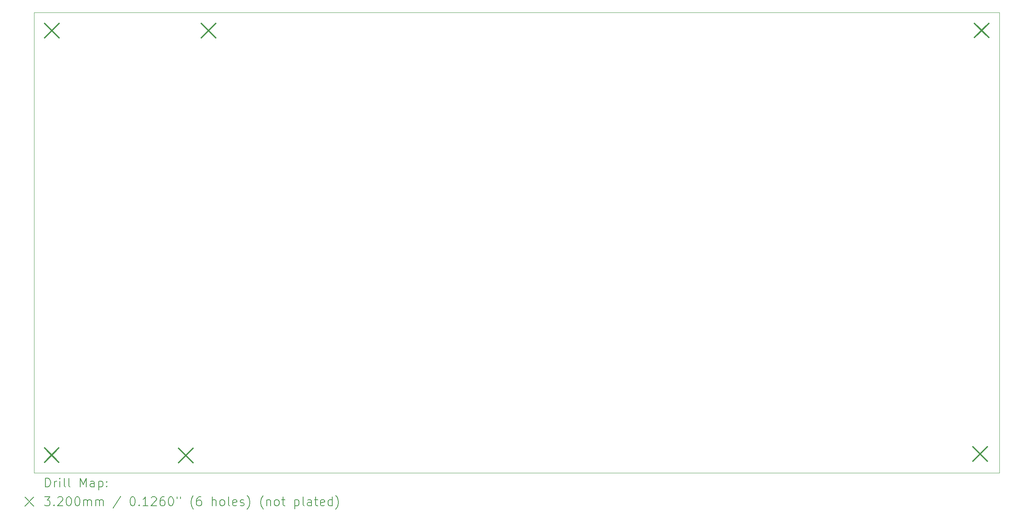
<source format=gbr>
%TF.GenerationSoftware,KiCad,Pcbnew,8.0.8*%
%TF.CreationDate,2025-03-17T17:13:02+00:00*%
%TF.ProjectId,memlnaut_0_1_backplate,6d656d6c-6e61-4757-945f-305f315f6261,rev?*%
%TF.SameCoordinates,Original*%
%TF.FileFunction,Drillmap*%
%TF.FilePolarity,Positive*%
%FSLAX45Y45*%
G04 Gerber Fmt 4.5, Leading zero omitted, Abs format (unit mm)*
G04 Created by KiCad (PCBNEW 8.0.8) date 2025-03-17 17:13:02*
%MOMM*%
%LPD*%
G01*
G04 APERTURE LIST*
%ADD10C,0.050000*%
%ADD11C,0.200000*%
%ADD12C,0.320000*%
G04 APERTURE END LIST*
D10*
X5600000Y-4140000D02*
X27203000Y-4140000D01*
X27203000Y-14451000D01*
X5600000Y-14451000D01*
X5600000Y-4140000D01*
D11*
D12*
X5838000Y-13894000D02*
X6158000Y-14214000D01*
X6158000Y-13894000D02*
X5838000Y-14214000D01*
X5843000Y-4383000D02*
X6163000Y-4703000D01*
X6163000Y-4383000D02*
X5843000Y-4703000D01*
X8838000Y-13897000D02*
X9158000Y-14217000D01*
X9158000Y-13897000D02*
X8838000Y-14217000D01*
X9346000Y-4384000D02*
X9666000Y-4704000D01*
X9666000Y-4384000D02*
X9346000Y-4704000D01*
X26614000Y-13864000D02*
X26934000Y-14184000D01*
X26934000Y-13864000D02*
X26614000Y-14184000D01*
X26644000Y-4379000D02*
X26964000Y-4699000D01*
X26964000Y-4379000D02*
X26644000Y-4699000D01*
D11*
X5858277Y-14764984D02*
X5858277Y-14564984D01*
X5858277Y-14564984D02*
X5905896Y-14564984D01*
X5905896Y-14564984D02*
X5934467Y-14574508D01*
X5934467Y-14574508D02*
X5953515Y-14593555D01*
X5953515Y-14593555D02*
X5963039Y-14612603D01*
X5963039Y-14612603D02*
X5972562Y-14650698D01*
X5972562Y-14650698D02*
X5972562Y-14679269D01*
X5972562Y-14679269D02*
X5963039Y-14717365D01*
X5963039Y-14717365D02*
X5953515Y-14736412D01*
X5953515Y-14736412D02*
X5934467Y-14755460D01*
X5934467Y-14755460D02*
X5905896Y-14764984D01*
X5905896Y-14764984D02*
X5858277Y-14764984D01*
X6058277Y-14764984D02*
X6058277Y-14631650D01*
X6058277Y-14669746D02*
X6067801Y-14650698D01*
X6067801Y-14650698D02*
X6077324Y-14641174D01*
X6077324Y-14641174D02*
X6096372Y-14631650D01*
X6096372Y-14631650D02*
X6115420Y-14631650D01*
X6182086Y-14764984D02*
X6182086Y-14631650D01*
X6182086Y-14564984D02*
X6172562Y-14574508D01*
X6172562Y-14574508D02*
X6182086Y-14584031D01*
X6182086Y-14584031D02*
X6191610Y-14574508D01*
X6191610Y-14574508D02*
X6182086Y-14564984D01*
X6182086Y-14564984D02*
X6182086Y-14584031D01*
X6305896Y-14764984D02*
X6286848Y-14755460D01*
X6286848Y-14755460D02*
X6277324Y-14736412D01*
X6277324Y-14736412D02*
X6277324Y-14564984D01*
X6410658Y-14764984D02*
X6391610Y-14755460D01*
X6391610Y-14755460D02*
X6382086Y-14736412D01*
X6382086Y-14736412D02*
X6382086Y-14564984D01*
X6639229Y-14764984D02*
X6639229Y-14564984D01*
X6639229Y-14564984D02*
X6705896Y-14707841D01*
X6705896Y-14707841D02*
X6772562Y-14564984D01*
X6772562Y-14564984D02*
X6772562Y-14764984D01*
X6953515Y-14764984D02*
X6953515Y-14660222D01*
X6953515Y-14660222D02*
X6943991Y-14641174D01*
X6943991Y-14641174D02*
X6924943Y-14631650D01*
X6924943Y-14631650D02*
X6886848Y-14631650D01*
X6886848Y-14631650D02*
X6867801Y-14641174D01*
X6953515Y-14755460D02*
X6934467Y-14764984D01*
X6934467Y-14764984D02*
X6886848Y-14764984D01*
X6886848Y-14764984D02*
X6867801Y-14755460D01*
X6867801Y-14755460D02*
X6858277Y-14736412D01*
X6858277Y-14736412D02*
X6858277Y-14717365D01*
X6858277Y-14717365D02*
X6867801Y-14698317D01*
X6867801Y-14698317D02*
X6886848Y-14688793D01*
X6886848Y-14688793D02*
X6934467Y-14688793D01*
X6934467Y-14688793D02*
X6953515Y-14679269D01*
X7048753Y-14631650D02*
X7048753Y-14831650D01*
X7048753Y-14641174D02*
X7067801Y-14631650D01*
X7067801Y-14631650D02*
X7105896Y-14631650D01*
X7105896Y-14631650D02*
X7124943Y-14641174D01*
X7124943Y-14641174D02*
X7134467Y-14650698D01*
X7134467Y-14650698D02*
X7143991Y-14669746D01*
X7143991Y-14669746D02*
X7143991Y-14726888D01*
X7143991Y-14726888D02*
X7134467Y-14745936D01*
X7134467Y-14745936D02*
X7124943Y-14755460D01*
X7124943Y-14755460D02*
X7105896Y-14764984D01*
X7105896Y-14764984D02*
X7067801Y-14764984D01*
X7067801Y-14764984D02*
X7048753Y-14755460D01*
X7229705Y-14745936D02*
X7239229Y-14755460D01*
X7239229Y-14755460D02*
X7229705Y-14764984D01*
X7229705Y-14764984D02*
X7220182Y-14755460D01*
X7220182Y-14755460D02*
X7229705Y-14745936D01*
X7229705Y-14745936D02*
X7229705Y-14764984D01*
X7229705Y-14641174D02*
X7239229Y-14650698D01*
X7239229Y-14650698D02*
X7229705Y-14660222D01*
X7229705Y-14660222D02*
X7220182Y-14650698D01*
X7220182Y-14650698D02*
X7229705Y-14641174D01*
X7229705Y-14641174D02*
X7229705Y-14660222D01*
X5397500Y-14993500D02*
X5597500Y-15193500D01*
X5597500Y-14993500D02*
X5397500Y-15193500D01*
X5839229Y-14984984D02*
X5963039Y-14984984D01*
X5963039Y-14984984D02*
X5896372Y-15061174D01*
X5896372Y-15061174D02*
X5924943Y-15061174D01*
X5924943Y-15061174D02*
X5943991Y-15070698D01*
X5943991Y-15070698D02*
X5953515Y-15080222D01*
X5953515Y-15080222D02*
X5963039Y-15099269D01*
X5963039Y-15099269D02*
X5963039Y-15146888D01*
X5963039Y-15146888D02*
X5953515Y-15165936D01*
X5953515Y-15165936D02*
X5943991Y-15175460D01*
X5943991Y-15175460D02*
X5924943Y-15184984D01*
X5924943Y-15184984D02*
X5867801Y-15184984D01*
X5867801Y-15184984D02*
X5848753Y-15175460D01*
X5848753Y-15175460D02*
X5839229Y-15165936D01*
X6048753Y-15165936D02*
X6058277Y-15175460D01*
X6058277Y-15175460D02*
X6048753Y-15184984D01*
X6048753Y-15184984D02*
X6039229Y-15175460D01*
X6039229Y-15175460D02*
X6048753Y-15165936D01*
X6048753Y-15165936D02*
X6048753Y-15184984D01*
X6134467Y-15004031D02*
X6143991Y-14994508D01*
X6143991Y-14994508D02*
X6163039Y-14984984D01*
X6163039Y-14984984D02*
X6210658Y-14984984D01*
X6210658Y-14984984D02*
X6229705Y-14994508D01*
X6229705Y-14994508D02*
X6239229Y-15004031D01*
X6239229Y-15004031D02*
X6248753Y-15023079D01*
X6248753Y-15023079D02*
X6248753Y-15042127D01*
X6248753Y-15042127D02*
X6239229Y-15070698D01*
X6239229Y-15070698D02*
X6124943Y-15184984D01*
X6124943Y-15184984D02*
X6248753Y-15184984D01*
X6372562Y-14984984D02*
X6391610Y-14984984D01*
X6391610Y-14984984D02*
X6410658Y-14994508D01*
X6410658Y-14994508D02*
X6420182Y-15004031D01*
X6420182Y-15004031D02*
X6429705Y-15023079D01*
X6429705Y-15023079D02*
X6439229Y-15061174D01*
X6439229Y-15061174D02*
X6439229Y-15108793D01*
X6439229Y-15108793D02*
X6429705Y-15146888D01*
X6429705Y-15146888D02*
X6420182Y-15165936D01*
X6420182Y-15165936D02*
X6410658Y-15175460D01*
X6410658Y-15175460D02*
X6391610Y-15184984D01*
X6391610Y-15184984D02*
X6372562Y-15184984D01*
X6372562Y-15184984D02*
X6353515Y-15175460D01*
X6353515Y-15175460D02*
X6343991Y-15165936D01*
X6343991Y-15165936D02*
X6334467Y-15146888D01*
X6334467Y-15146888D02*
X6324943Y-15108793D01*
X6324943Y-15108793D02*
X6324943Y-15061174D01*
X6324943Y-15061174D02*
X6334467Y-15023079D01*
X6334467Y-15023079D02*
X6343991Y-15004031D01*
X6343991Y-15004031D02*
X6353515Y-14994508D01*
X6353515Y-14994508D02*
X6372562Y-14984984D01*
X6563039Y-14984984D02*
X6582086Y-14984984D01*
X6582086Y-14984984D02*
X6601134Y-14994508D01*
X6601134Y-14994508D02*
X6610658Y-15004031D01*
X6610658Y-15004031D02*
X6620182Y-15023079D01*
X6620182Y-15023079D02*
X6629705Y-15061174D01*
X6629705Y-15061174D02*
X6629705Y-15108793D01*
X6629705Y-15108793D02*
X6620182Y-15146888D01*
X6620182Y-15146888D02*
X6610658Y-15165936D01*
X6610658Y-15165936D02*
X6601134Y-15175460D01*
X6601134Y-15175460D02*
X6582086Y-15184984D01*
X6582086Y-15184984D02*
X6563039Y-15184984D01*
X6563039Y-15184984D02*
X6543991Y-15175460D01*
X6543991Y-15175460D02*
X6534467Y-15165936D01*
X6534467Y-15165936D02*
X6524943Y-15146888D01*
X6524943Y-15146888D02*
X6515420Y-15108793D01*
X6515420Y-15108793D02*
X6515420Y-15061174D01*
X6515420Y-15061174D02*
X6524943Y-15023079D01*
X6524943Y-15023079D02*
X6534467Y-15004031D01*
X6534467Y-15004031D02*
X6543991Y-14994508D01*
X6543991Y-14994508D02*
X6563039Y-14984984D01*
X6715420Y-15184984D02*
X6715420Y-15051650D01*
X6715420Y-15070698D02*
X6724943Y-15061174D01*
X6724943Y-15061174D02*
X6743991Y-15051650D01*
X6743991Y-15051650D02*
X6772563Y-15051650D01*
X6772563Y-15051650D02*
X6791610Y-15061174D01*
X6791610Y-15061174D02*
X6801134Y-15080222D01*
X6801134Y-15080222D02*
X6801134Y-15184984D01*
X6801134Y-15080222D02*
X6810658Y-15061174D01*
X6810658Y-15061174D02*
X6829705Y-15051650D01*
X6829705Y-15051650D02*
X6858277Y-15051650D01*
X6858277Y-15051650D02*
X6877324Y-15061174D01*
X6877324Y-15061174D02*
X6886848Y-15080222D01*
X6886848Y-15080222D02*
X6886848Y-15184984D01*
X6982086Y-15184984D02*
X6982086Y-15051650D01*
X6982086Y-15070698D02*
X6991610Y-15061174D01*
X6991610Y-15061174D02*
X7010658Y-15051650D01*
X7010658Y-15051650D02*
X7039229Y-15051650D01*
X7039229Y-15051650D02*
X7058277Y-15061174D01*
X7058277Y-15061174D02*
X7067801Y-15080222D01*
X7067801Y-15080222D02*
X7067801Y-15184984D01*
X7067801Y-15080222D02*
X7077324Y-15061174D01*
X7077324Y-15061174D02*
X7096372Y-15051650D01*
X7096372Y-15051650D02*
X7124943Y-15051650D01*
X7124943Y-15051650D02*
X7143991Y-15061174D01*
X7143991Y-15061174D02*
X7153515Y-15080222D01*
X7153515Y-15080222D02*
X7153515Y-15184984D01*
X7543991Y-14975460D02*
X7372563Y-15232603D01*
X7801134Y-14984984D02*
X7820182Y-14984984D01*
X7820182Y-14984984D02*
X7839229Y-14994508D01*
X7839229Y-14994508D02*
X7848753Y-15004031D01*
X7848753Y-15004031D02*
X7858277Y-15023079D01*
X7858277Y-15023079D02*
X7867801Y-15061174D01*
X7867801Y-15061174D02*
X7867801Y-15108793D01*
X7867801Y-15108793D02*
X7858277Y-15146888D01*
X7858277Y-15146888D02*
X7848753Y-15165936D01*
X7848753Y-15165936D02*
X7839229Y-15175460D01*
X7839229Y-15175460D02*
X7820182Y-15184984D01*
X7820182Y-15184984D02*
X7801134Y-15184984D01*
X7801134Y-15184984D02*
X7782086Y-15175460D01*
X7782086Y-15175460D02*
X7772563Y-15165936D01*
X7772563Y-15165936D02*
X7763039Y-15146888D01*
X7763039Y-15146888D02*
X7753515Y-15108793D01*
X7753515Y-15108793D02*
X7753515Y-15061174D01*
X7753515Y-15061174D02*
X7763039Y-15023079D01*
X7763039Y-15023079D02*
X7772563Y-15004031D01*
X7772563Y-15004031D02*
X7782086Y-14994508D01*
X7782086Y-14994508D02*
X7801134Y-14984984D01*
X7953515Y-15165936D02*
X7963039Y-15175460D01*
X7963039Y-15175460D02*
X7953515Y-15184984D01*
X7953515Y-15184984D02*
X7943991Y-15175460D01*
X7943991Y-15175460D02*
X7953515Y-15165936D01*
X7953515Y-15165936D02*
X7953515Y-15184984D01*
X8153515Y-15184984D02*
X8039229Y-15184984D01*
X8096372Y-15184984D02*
X8096372Y-14984984D01*
X8096372Y-14984984D02*
X8077325Y-15013555D01*
X8077325Y-15013555D02*
X8058277Y-15032603D01*
X8058277Y-15032603D02*
X8039229Y-15042127D01*
X8229706Y-15004031D02*
X8239229Y-14994508D01*
X8239229Y-14994508D02*
X8258277Y-14984984D01*
X8258277Y-14984984D02*
X8305896Y-14984984D01*
X8305896Y-14984984D02*
X8324944Y-14994508D01*
X8324944Y-14994508D02*
X8334467Y-15004031D01*
X8334467Y-15004031D02*
X8343991Y-15023079D01*
X8343991Y-15023079D02*
X8343991Y-15042127D01*
X8343991Y-15042127D02*
X8334467Y-15070698D01*
X8334467Y-15070698D02*
X8220182Y-15184984D01*
X8220182Y-15184984D02*
X8343991Y-15184984D01*
X8515420Y-14984984D02*
X8477325Y-14984984D01*
X8477325Y-14984984D02*
X8458277Y-14994508D01*
X8458277Y-14994508D02*
X8448753Y-15004031D01*
X8448753Y-15004031D02*
X8429706Y-15032603D01*
X8429706Y-15032603D02*
X8420182Y-15070698D01*
X8420182Y-15070698D02*
X8420182Y-15146888D01*
X8420182Y-15146888D02*
X8429706Y-15165936D01*
X8429706Y-15165936D02*
X8439229Y-15175460D01*
X8439229Y-15175460D02*
X8458277Y-15184984D01*
X8458277Y-15184984D02*
X8496372Y-15184984D01*
X8496372Y-15184984D02*
X8515420Y-15175460D01*
X8515420Y-15175460D02*
X8524944Y-15165936D01*
X8524944Y-15165936D02*
X8534468Y-15146888D01*
X8534468Y-15146888D02*
X8534468Y-15099269D01*
X8534468Y-15099269D02*
X8524944Y-15080222D01*
X8524944Y-15080222D02*
X8515420Y-15070698D01*
X8515420Y-15070698D02*
X8496372Y-15061174D01*
X8496372Y-15061174D02*
X8458277Y-15061174D01*
X8458277Y-15061174D02*
X8439229Y-15070698D01*
X8439229Y-15070698D02*
X8429706Y-15080222D01*
X8429706Y-15080222D02*
X8420182Y-15099269D01*
X8658277Y-14984984D02*
X8677325Y-14984984D01*
X8677325Y-14984984D02*
X8696372Y-14994508D01*
X8696372Y-14994508D02*
X8705896Y-15004031D01*
X8705896Y-15004031D02*
X8715420Y-15023079D01*
X8715420Y-15023079D02*
X8724944Y-15061174D01*
X8724944Y-15061174D02*
X8724944Y-15108793D01*
X8724944Y-15108793D02*
X8715420Y-15146888D01*
X8715420Y-15146888D02*
X8705896Y-15165936D01*
X8705896Y-15165936D02*
X8696372Y-15175460D01*
X8696372Y-15175460D02*
X8677325Y-15184984D01*
X8677325Y-15184984D02*
X8658277Y-15184984D01*
X8658277Y-15184984D02*
X8639229Y-15175460D01*
X8639229Y-15175460D02*
X8629706Y-15165936D01*
X8629706Y-15165936D02*
X8620182Y-15146888D01*
X8620182Y-15146888D02*
X8610658Y-15108793D01*
X8610658Y-15108793D02*
X8610658Y-15061174D01*
X8610658Y-15061174D02*
X8620182Y-15023079D01*
X8620182Y-15023079D02*
X8629706Y-15004031D01*
X8629706Y-15004031D02*
X8639229Y-14994508D01*
X8639229Y-14994508D02*
X8658277Y-14984984D01*
X8801134Y-14984984D02*
X8801134Y-15023079D01*
X8877325Y-14984984D02*
X8877325Y-15023079D01*
X9172563Y-15261174D02*
X9163039Y-15251650D01*
X9163039Y-15251650D02*
X9143991Y-15223079D01*
X9143991Y-15223079D02*
X9134468Y-15204031D01*
X9134468Y-15204031D02*
X9124944Y-15175460D01*
X9124944Y-15175460D02*
X9115420Y-15127841D01*
X9115420Y-15127841D02*
X9115420Y-15089746D01*
X9115420Y-15089746D02*
X9124944Y-15042127D01*
X9124944Y-15042127D02*
X9134468Y-15013555D01*
X9134468Y-15013555D02*
X9143991Y-14994508D01*
X9143991Y-14994508D02*
X9163039Y-14965936D01*
X9163039Y-14965936D02*
X9172563Y-14956412D01*
X9334468Y-14984984D02*
X9296372Y-14984984D01*
X9296372Y-14984984D02*
X9277325Y-14994508D01*
X9277325Y-14994508D02*
X9267801Y-15004031D01*
X9267801Y-15004031D02*
X9248753Y-15032603D01*
X9248753Y-15032603D02*
X9239230Y-15070698D01*
X9239230Y-15070698D02*
X9239230Y-15146888D01*
X9239230Y-15146888D02*
X9248753Y-15165936D01*
X9248753Y-15165936D02*
X9258277Y-15175460D01*
X9258277Y-15175460D02*
X9277325Y-15184984D01*
X9277325Y-15184984D02*
X9315420Y-15184984D01*
X9315420Y-15184984D02*
X9334468Y-15175460D01*
X9334468Y-15175460D02*
X9343991Y-15165936D01*
X9343991Y-15165936D02*
X9353515Y-15146888D01*
X9353515Y-15146888D02*
X9353515Y-15099269D01*
X9353515Y-15099269D02*
X9343991Y-15080222D01*
X9343991Y-15080222D02*
X9334468Y-15070698D01*
X9334468Y-15070698D02*
X9315420Y-15061174D01*
X9315420Y-15061174D02*
X9277325Y-15061174D01*
X9277325Y-15061174D02*
X9258277Y-15070698D01*
X9258277Y-15070698D02*
X9248753Y-15080222D01*
X9248753Y-15080222D02*
X9239230Y-15099269D01*
X9591611Y-15184984D02*
X9591611Y-14984984D01*
X9677325Y-15184984D02*
X9677325Y-15080222D01*
X9677325Y-15080222D02*
X9667801Y-15061174D01*
X9667801Y-15061174D02*
X9648753Y-15051650D01*
X9648753Y-15051650D02*
X9620182Y-15051650D01*
X9620182Y-15051650D02*
X9601134Y-15061174D01*
X9601134Y-15061174D02*
X9591611Y-15070698D01*
X9801134Y-15184984D02*
X9782087Y-15175460D01*
X9782087Y-15175460D02*
X9772563Y-15165936D01*
X9772563Y-15165936D02*
X9763039Y-15146888D01*
X9763039Y-15146888D02*
X9763039Y-15089746D01*
X9763039Y-15089746D02*
X9772563Y-15070698D01*
X9772563Y-15070698D02*
X9782087Y-15061174D01*
X9782087Y-15061174D02*
X9801134Y-15051650D01*
X9801134Y-15051650D02*
X9829706Y-15051650D01*
X9829706Y-15051650D02*
X9848753Y-15061174D01*
X9848753Y-15061174D02*
X9858277Y-15070698D01*
X9858277Y-15070698D02*
X9867801Y-15089746D01*
X9867801Y-15089746D02*
X9867801Y-15146888D01*
X9867801Y-15146888D02*
X9858277Y-15165936D01*
X9858277Y-15165936D02*
X9848753Y-15175460D01*
X9848753Y-15175460D02*
X9829706Y-15184984D01*
X9829706Y-15184984D02*
X9801134Y-15184984D01*
X9982087Y-15184984D02*
X9963039Y-15175460D01*
X9963039Y-15175460D02*
X9953515Y-15156412D01*
X9953515Y-15156412D02*
X9953515Y-14984984D01*
X10134468Y-15175460D02*
X10115420Y-15184984D01*
X10115420Y-15184984D02*
X10077325Y-15184984D01*
X10077325Y-15184984D02*
X10058277Y-15175460D01*
X10058277Y-15175460D02*
X10048753Y-15156412D01*
X10048753Y-15156412D02*
X10048753Y-15080222D01*
X10048753Y-15080222D02*
X10058277Y-15061174D01*
X10058277Y-15061174D02*
X10077325Y-15051650D01*
X10077325Y-15051650D02*
X10115420Y-15051650D01*
X10115420Y-15051650D02*
X10134468Y-15061174D01*
X10134468Y-15061174D02*
X10143992Y-15080222D01*
X10143992Y-15080222D02*
X10143992Y-15099269D01*
X10143992Y-15099269D02*
X10048753Y-15118317D01*
X10220182Y-15175460D02*
X10239230Y-15184984D01*
X10239230Y-15184984D02*
X10277325Y-15184984D01*
X10277325Y-15184984D02*
X10296373Y-15175460D01*
X10296373Y-15175460D02*
X10305896Y-15156412D01*
X10305896Y-15156412D02*
X10305896Y-15146888D01*
X10305896Y-15146888D02*
X10296373Y-15127841D01*
X10296373Y-15127841D02*
X10277325Y-15118317D01*
X10277325Y-15118317D02*
X10248753Y-15118317D01*
X10248753Y-15118317D02*
X10229706Y-15108793D01*
X10229706Y-15108793D02*
X10220182Y-15089746D01*
X10220182Y-15089746D02*
X10220182Y-15080222D01*
X10220182Y-15080222D02*
X10229706Y-15061174D01*
X10229706Y-15061174D02*
X10248753Y-15051650D01*
X10248753Y-15051650D02*
X10277325Y-15051650D01*
X10277325Y-15051650D02*
X10296373Y-15061174D01*
X10372563Y-15261174D02*
X10382087Y-15251650D01*
X10382087Y-15251650D02*
X10401134Y-15223079D01*
X10401134Y-15223079D02*
X10410658Y-15204031D01*
X10410658Y-15204031D02*
X10420182Y-15175460D01*
X10420182Y-15175460D02*
X10429706Y-15127841D01*
X10429706Y-15127841D02*
X10429706Y-15089746D01*
X10429706Y-15089746D02*
X10420182Y-15042127D01*
X10420182Y-15042127D02*
X10410658Y-15013555D01*
X10410658Y-15013555D02*
X10401134Y-14994508D01*
X10401134Y-14994508D02*
X10382087Y-14965936D01*
X10382087Y-14965936D02*
X10372563Y-14956412D01*
X10734468Y-15261174D02*
X10724944Y-15251650D01*
X10724944Y-15251650D02*
X10705896Y-15223079D01*
X10705896Y-15223079D02*
X10696373Y-15204031D01*
X10696373Y-15204031D02*
X10686849Y-15175460D01*
X10686849Y-15175460D02*
X10677325Y-15127841D01*
X10677325Y-15127841D02*
X10677325Y-15089746D01*
X10677325Y-15089746D02*
X10686849Y-15042127D01*
X10686849Y-15042127D02*
X10696373Y-15013555D01*
X10696373Y-15013555D02*
X10705896Y-14994508D01*
X10705896Y-14994508D02*
X10724944Y-14965936D01*
X10724944Y-14965936D02*
X10734468Y-14956412D01*
X10810658Y-15051650D02*
X10810658Y-15184984D01*
X10810658Y-15070698D02*
X10820182Y-15061174D01*
X10820182Y-15061174D02*
X10839230Y-15051650D01*
X10839230Y-15051650D02*
X10867801Y-15051650D01*
X10867801Y-15051650D02*
X10886849Y-15061174D01*
X10886849Y-15061174D02*
X10896373Y-15080222D01*
X10896373Y-15080222D02*
X10896373Y-15184984D01*
X11020182Y-15184984D02*
X11001134Y-15175460D01*
X11001134Y-15175460D02*
X10991611Y-15165936D01*
X10991611Y-15165936D02*
X10982087Y-15146888D01*
X10982087Y-15146888D02*
X10982087Y-15089746D01*
X10982087Y-15089746D02*
X10991611Y-15070698D01*
X10991611Y-15070698D02*
X11001134Y-15061174D01*
X11001134Y-15061174D02*
X11020182Y-15051650D01*
X11020182Y-15051650D02*
X11048754Y-15051650D01*
X11048754Y-15051650D02*
X11067801Y-15061174D01*
X11067801Y-15061174D02*
X11077325Y-15070698D01*
X11077325Y-15070698D02*
X11086849Y-15089746D01*
X11086849Y-15089746D02*
X11086849Y-15146888D01*
X11086849Y-15146888D02*
X11077325Y-15165936D01*
X11077325Y-15165936D02*
X11067801Y-15175460D01*
X11067801Y-15175460D02*
X11048754Y-15184984D01*
X11048754Y-15184984D02*
X11020182Y-15184984D01*
X11143992Y-15051650D02*
X11220182Y-15051650D01*
X11172563Y-14984984D02*
X11172563Y-15156412D01*
X11172563Y-15156412D02*
X11182087Y-15175460D01*
X11182087Y-15175460D02*
X11201134Y-15184984D01*
X11201134Y-15184984D02*
X11220182Y-15184984D01*
X11439230Y-15051650D02*
X11439230Y-15251650D01*
X11439230Y-15061174D02*
X11458277Y-15051650D01*
X11458277Y-15051650D02*
X11496373Y-15051650D01*
X11496373Y-15051650D02*
X11515420Y-15061174D01*
X11515420Y-15061174D02*
X11524944Y-15070698D01*
X11524944Y-15070698D02*
X11534468Y-15089746D01*
X11534468Y-15089746D02*
X11534468Y-15146888D01*
X11534468Y-15146888D02*
X11524944Y-15165936D01*
X11524944Y-15165936D02*
X11515420Y-15175460D01*
X11515420Y-15175460D02*
X11496373Y-15184984D01*
X11496373Y-15184984D02*
X11458277Y-15184984D01*
X11458277Y-15184984D02*
X11439230Y-15175460D01*
X11648753Y-15184984D02*
X11629706Y-15175460D01*
X11629706Y-15175460D02*
X11620182Y-15156412D01*
X11620182Y-15156412D02*
X11620182Y-14984984D01*
X11810658Y-15184984D02*
X11810658Y-15080222D01*
X11810658Y-15080222D02*
X11801134Y-15061174D01*
X11801134Y-15061174D02*
X11782087Y-15051650D01*
X11782087Y-15051650D02*
X11743992Y-15051650D01*
X11743992Y-15051650D02*
X11724944Y-15061174D01*
X11810658Y-15175460D02*
X11791611Y-15184984D01*
X11791611Y-15184984D02*
X11743992Y-15184984D01*
X11743992Y-15184984D02*
X11724944Y-15175460D01*
X11724944Y-15175460D02*
X11715420Y-15156412D01*
X11715420Y-15156412D02*
X11715420Y-15137365D01*
X11715420Y-15137365D02*
X11724944Y-15118317D01*
X11724944Y-15118317D02*
X11743992Y-15108793D01*
X11743992Y-15108793D02*
X11791611Y-15108793D01*
X11791611Y-15108793D02*
X11810658Y-15099269D01*
X11877325Y-15051650D02*
X11953515Y-15051650D01*
X11905896Y-14984984D02*
X11905896Y-15156412D01*
X11905896Y-15156412D02*
X11915420Y-15175460D01*
X11915420Y-15175460D02*
X11934468Y-15184984D01*
X11934468Y-15184984D02*
X11953515Y-15184984D01*
X12096373Y-15175460D02*
X12077325Y-15184984D01*
X12077325Y-15184984D02*
X12039230Y-15184984D01*
X12039230Y-15184984D02*
X12020182Y-15175460D01*
X12020182Y-15175460D02*
X12010658Y-15156412D01*
X12010658Y-15156412D02*
X12010658Y-15080222D01*
X12010658Y-15080222D02*
X12020182Y-15061174D01*
X12020182Y-15061174D02*
X12039230Y-15051650D01*
X12039230Y-15051650D02*
X12077325Y-15051650D01*
X12077325Y-15051650D02*
X12096373Y-15061174D01*
X12096373Y-15061174D02*
X12105896Y-15080222D01*
X12105896Y-15080222D02*
X12105896Y-15099269D01*
X12105896Y-15099269D02*
X12010658Y-15118317D01*
X12277325Y-15184984D02*
X12277325Y-14984984D01*
X12277325Y-15175460D02*
X12258277Y-15184984D01*
X12258277Y-15184984D02*
X12220182Y-15184984D01*
X12220182Y-15184984D02*
X12201134Y-15175460D01*
X12201134Y-15175460D02*
X12191611Y-15165936D01*
X12191611Y-15165936D02*
X12182087Y-15146888D01*
X12182087Y-15146888D02*
X12182087Y-15089746D01*
X12182087Y-15089746D02*
X12191611Y-15070698D01*
X12191611Y-15070698D02*
X12201134Y-15061174D01*
X12201134Y-15061174D02*
X12220182Y-15051650D01*
X12220182Y-15051650D02*
X12258277Y-15051650D01*
X12258277Y-15051650D02*
X12277325Y-15061174D01*
X12353515Y-15261174D02*
X12363039Y-15251650D01*
X12363039Y-15251650D02*
X12382087Y-15223079D01*
X12382087Y-15223079D02*
X12391611Y-15204031D01*
X12391611Y-15204031D02*
X12401134Y-15175460D01*
X12401134Y-15175460D02*
X12410658Y-15127841D01*
X12410658Y-15127841D02*
X12410658Y-15089746D01*
X12410658Y-15089746D02*
X12401134Y-15042127D01*
X12401134Y-15042127D02*
X12391611Y-15013555D01*
X12391611Y-15013555D02*
X12382087Y-14994508D01*
X12382087Y-14994508D02*
X12363039Y-14965936D01*
X12363039Y-14965936D02*
X12353515Y-14956412D01*
M02*

</source>
